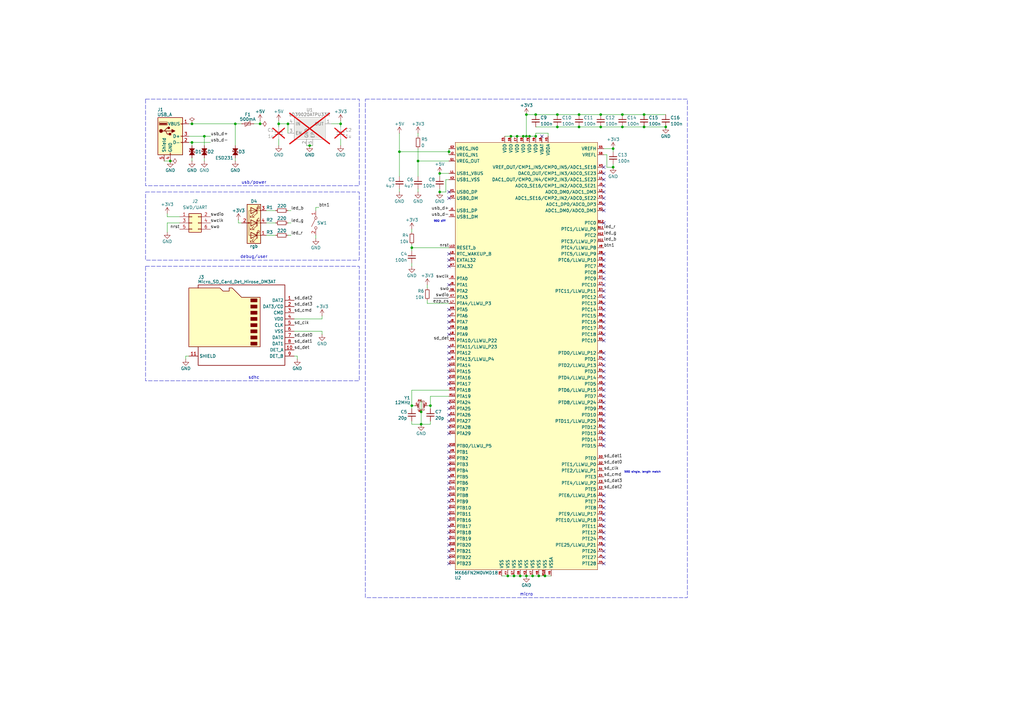
<source format=kicad_sch>
(kicad_sch (version 20231120) (generator "eeschema") (generator_version "8.0")
  (paper "A3")
  (lib_symbols
    (symbol "Connector:Micro_SD_Card_Det_Hirose_DM3AT"
      (property "Reference" "J" (at -16.51 17.78 0))
      (property "Value" "Micro_SD_Card_Det_Hirose_DM3AT" (at 16.51 17.78 0))
      (symbol "Micro_SD_Card_Det_Hirose_DM3AT_1_1"
        (pin bidirectional line (at -22.86 10.16 0) (length 3.81) (name "DAT2") (number "1"))
        (pin passive line (at -22.86 -10.16 0) (length 3.81) (name "DET_A") (number "10"))
        (pin passive line (at 20.32 -12.7 180) (length 3.81) (name "SHIELD") (number "11"))
        (pin bidirectional line (at -22.86 7.62 0) (length 3.81) (name "DAT3/CD") (number "2"))
        (pin input line (at -22.86 5.08 0) (length 3.81) (name "CMD") (number "3"))
        (pin power_in line (at -22.86 2.54 0) (length 3.81) (name "VDD") (number "4"))
        (pin input line (at -22.86 0 0) (length 3.81) (name "CLK") (number "5"))
        (pin power_in line (at -22.86 -2.54 0) (length 3.81) (name "VSS") (number "6"))
        (pin bidirectional line (at -22.86 -5.08 0) (length 3.81) (name "DAT0") (number "7"))
        (pin bidirectional line (at -22.86 -7.62 0) (length 3.81) (name "DAT1") (number "8"))
        (pin passive line (at -22.86 -12.7 0) (length 3.81) (name "DET_B") (number "9"))
      )
    )
    (symbol "Connector:USB_A" (pin_names (offset 1.016))
      (property "Reference" "J" (at -5.08 11.43 0))
      (property "Value" "USB_A" (at -5.08 8.89 0))
      (symbol "USB_A_1_1"
        (pin power_in line (at 7.62 5.08 180) (length 2.54) (name "VBUS") (number "1"))
        (pin bidirectional line (at 7.62 -2.54 180) (length 2.54) (name "D-") (number "2"))
        (pin bidirectional line (at 7.62 0 180) (length 2.54) (name "D+") (number "3"))
        (pin power_in line (at 0 -10.16 90) (length 2.54) (name "GND") (number "4"))
        (pin passive line (at -2.54 -10.16 90) (length 2.54) (name "Shield") (number "5"))
      )
    )
    (symbol "Connector_Generic:Conn_02x03_Odd_Even" (pin_names (offset 1.016) hide)
      (property "Reference" "J" (at 1.27 5.08 0))
      (property "Value" "Conn_02x03_Odd_Even" (at 1.27 -5.08 0))
      (symbol "Conn_02x03_Odd_Even_1_1"
        (pin passive line (at -5.08 2.54 0) (length 3.81) (name "Pin_1") (number "1"))
        (pin passive line (at 7.62 2.54 180) (length 3.81) (name "Pin_2") (number "2"))
        (pin passive line (at -5.08 0 0) (length 3.81) (name "Pin_3") (number "3"))
        (pin passive line (at 7.62 0 180) (length 3.81) (name "Pin_4") (number "4"))
        (pin passive line (at -5.08 -2.54 0) (length 3.81) (name "Pin_5") (number "5"))
        (pin passive line (at 7.62 -2.54 180) (length 3.81) (name "Pin_6") (number "6"))
      )
    )
    (symbol "Device:C_Small" (pin_numbers hide) (pin_names (offset 0.254) hide)
      (property "Reference" "C" (at 0.254 1.778 0))
      (property "Value" "C_Small" (at 0.254 -2.032 0))
      (symbol "C_Small_1_1"
        (pin passive line (at 0 2.54 270) (length 2.032) (name "~") (number "1"))
        (pin passive line (at 0 -2.54 90) (length 2.032) (name "~") (number "2"))
      )
    )
    (symbol "Device:Crystal_GND24_Small" (pin_names (offset 1.016) hide)
      (property "Reference" "Y" (at 1.27 4.445 0))
      (property "Value" "Crystal_GND24_Small" (at 1.27 2.54 0))
      (symbol "Crystal_GND24_Small_1_1"
        (pin passive line (at -2.54 0 0) (length 1.27) (name "1") (number "1"))
        (pin passive line (at 0 -2.54 90) (length 0.635) (name "2") (number "2"))
        (pin passive line (at 2.54 0 180) (length 1.27) (name "3") (number "3"))
        (pin passive line (at 0 2.54 270) (length 0.635) (name "4") (number "4"))
      )
    )
    (symbol "Device:D_TVS_Small_Filled" (pin_numbers hide) (pin_names (offset 1.016) hide)
      (property "Reference" "D" (at 0 2.54 0))
      (property "Value" "D_TVS_Small_Filled" (at 0 -2.54 0))
      (symbol "D_TVS_Small_Filled_1_1"
        (pin passive line (at -2.54 0 0) (length 1.27) (name "A1") (number "1"))
        (pin passive line (at 2.54 0 180) (length 1.27) (name "A2") (number "2"))
      )
    )
    (symbol "Device:LED_RABG" (pin_names (offset 0) hide)
      (property "Reference" "D" (at 0 9.398 0))
      (property "Value" "LED_RABG" (at 0 -8.89 0))
      (symbol "LED_RABG_0_0"
        (text "B" (at -1.905 -6.35 0) (effects (font (size 1.27 1.27))))
        (text "G" (at -1.905 -1.27 0) (effects (font (size 1.27 1.27))))
        (text "R" (at -1.905 3.81 0) (effects (font (size 1.27 1.27))))
      )
      (symbol "LED_RABG_1_1"
        (pin passive line (at -5.08 5.08 0) (length 2.54) (name "RK") (number "1"))
        (pin passive line (at 5.08 0 180) (length 2.54) (name "A") (number "2"))
        (pin passive line (at -5.08 -5.08 0) (length 2.54) (name "BK") (number "3"))
        (pin passive line (at -5.08 0 0) (length 2.54) (name "GK") (number "4"))
      )
    )
    (symbol "Device:Polyfuse_Small" (pin_numbers hide) (pin_names (offset 0))
      (property "Reference" "F" (at -1.905 0 90))
      (property "Value" "Polyfuse_Small" (at 1.905 0 90))
      (symbol "Polyfuse_Small_1_1"
        (pin passive line (at 0 2.54 270) (length 0.635) (name "~") (number "1"))
        (pin passive line (at 0 -2.54 90) (length 0.635) (name "~") (number "2"))
      )
    )
    (symbol "Device:R_Small" (pin_numbers hide) (pin_names (offset 0.254) hide)
      (property "Reference" "R" (at 0.762 0.508 0))
      (property "Value" "R_Small" (at 0.762 -1.016 0))
      (symbol "R_Small_1_1"
        (pin passive line (at 0 2.54 270) (length 0.762) (name "~") (number "1"))
        (pin passive line (at 0 -2.54 90) (length 0.762) (name "~") (number "2"))
      )
    )
    (symbol "Switch:SW_SPST" (pin_names (offset 0) hide)
      (property "Reference" "SW" (at 0 3.175 0))
      (property "Value" "SW_SPST" (at 0 -2.54 0))
      (symbol "SW_SPST_1_1"
        (pin passive line (at -5.08 0 0) (length 2.54) (name "A") (number "1"))
        (pin passive line (at 5.08 0 180) (length 2.54) (name "B") (number "2"))
      )
    )
    (symbol "extraparts:LD39020"
      (property "Reference" "U" (at 0 6.35 0))
      (property "Value" "LD39020" (at 0 3.81 0))
      (symbol "LD39020_1_1"
        (pin power_out line (at 8.89 0 180) (length 2.54) (name "OUT") (number "1"))
        (pin power_in line (at -1.27 -8.89 90) (length 2.54) (name "GND") (number "2"))
        (pin input line (at -8.89 -3.81 0) (length 2.54) (name "EN") (number "3"))
        (pin power_in line (at -8.89 0 0) (length 2.54) (name "IN") (number "4"))
        (pin input line (at 1.27 -8.89 90) (length 2.54) (name "EP") (number "5"))
      )
    )
    (symbol "extraparts:MK66FN2M0VMD18"
      (property "Reference" "U" (at 0 102.616 0))
      (property "Value" "MK66FN2M0VMD18" (at 0 100.584 0))
      (symbol "MK66FN2M0VMD18_0_0"
        (pin bidirectional line (at 31.75 -16.51 180) (length 2.54) (name "PTD7") (number "A1"))
        (pin bidirectional line (at 31.75 46.99 180) (length 2.54) (name "PTC3/LLWU_P7") (number "A11"))
        (pin bidirectional line (at 31.75 49.53 180) (length 2.54) (name "PTC2") (number "A12"))
        (pin bidirectional line (at 31.75 -13.97 180) (length 2.54) (name "PTD6/LLWU_P15") (number "A2"))
        (pin bidirectional line (at 31.75 -11.43 180) (length 2.54) (name "PTD5") (number "A3"))
        (pin bidirectional line (at 31.75 -8.89 180) (length 2.54) (name "PTD4/LLWU_P14") (number "A4"))
        (pin bidirectional line (at 31.75 1.27 180) (length 2.54) (name "PTD0/LLWU_P12") (number "A5"))
        (pin bidirectional line (at 31.75 13.97 180) (length 2.54) (name "PTC16") (number "A6"))
        (pin bidirectional line (at 31.75 24.13 180) (length 2.54) (name "PTC12") (number "A7"))
        (pin bidirectional line (at 31.75 34.29 180) (length 2.54) (name "PTC8") (number "A8"))
        (pin bidirectional line (at 31.75 44.45 180) (length 2.54) (name "PTC4/LLWU_P8") (number "A9"))
        (pin bidirectional line (at 31.75 -29.21 180) (length 2.54) (name "PTD12") (number "B1"))
        (pin bidirectional line (at 31.75 52.07 180) (length 2.54) (name "PTC1/LLWU_P6") (number "B11"))
        (pin bidirectional line (at 31.75 54.61 180) (length 2.54) (name "PTC0") (number "B12"))
        (pin bidirectional line (at 31.75 -26.67 180) (length 2.54) (name "PTD11/LLWU_P25") (number "B2"))
        (pin bidirectional line (at 31.75 -24.13 180) (length 2.54) (name "PTD10") (number "B3"))
        (pin bidirectional line (at 31.75 -6.35 180) (length 2.54) (name "PTD3") (number "B4"))
        (pin bidirectional line (at 31.75 6.35 180) (length 2.54) (name "PTC19") (number "B5"))
        (pin bidirectional line (at 31.75 16.51 180) (length 2.54) (name "PTC15") (number "B6"))
        (pin bidirectional line (at 31.75 26.67 180) (length 2.54) (name "PTC11/LLWU_P11") (number "B7"))
        (pin bidirectional line (at 31.75 36.83 180) (length 2.54) (name "PTC7") (number "B8"))
        (pin bidirectional line (at 31.75 -21.59 180) (length 2.54) (name "PTD9") (number "B9"))
        (pin bidirectional line (at 31.75 -36.83 180) (length 2.54) (name "PTD15") (number "C1"))
        (pin bidirectional line (at -31.75 -85.09 0) (length 2.54) (name "PTB23") (number "C11"))
        (pin bidirectional line (at -31.75 -82.55 0) (length 2.54) (name "PTB22") (number "C12"))
        (pin bidirectional line (at 31.75 -34.29 180) (length 2.54) (name "PTD14") (number "C2"))
        (pin bidirectional line (at 31.75 -31.75 180) (length 2.54) (name "PTD13") (number "C3"))
        (pin bidirectional line (at 31.75 -3.81 180) (length 2.54) (name "PTD2/LLWU_P13") (number "C4"))
        (pin bidirectional line (at 31.75 8.89 180) (length 2.54) (name "PTC18") (number "C5"))
        (pin bidirectional line (at 31.75 19.05 180) (length 2.54) (name "PTC14") (number "C6"))
        (pin bidirectional line (at 31.75 29.21 180) (length 2.54) (name "PTC10") (number "C7"))
        (pin bidirectional line (at 31.75 39.37 180) (length 2.54) (name "PTC6/LLWU_P10") (number "C8"))
        (pin bidirectional line (at 31.75 -19.05 180) (length 2.54) (name "PTD8/LLWU_P24") (number "C9"))
        (pin bidirectional line (at 31.75 -46.99 180) (length 2.54) (name "PTE2/LLWU_P1") (number "D1"))
        (pin bidirectional line (at -31.75 -77.47 0) (length 2.54) (name "PTB20") (number "D10"))
        (pin bidirectional line (at -31.75 -74.93 0) (length 2.54) (name "PTB19") (number "D11"))
        (pin bidirectional line (at -31.75 -72.39 0) (length 2.54) (name "PTB18") (number "D12"))
        (pin bidirectional line (at 31.75 -44.45 180) (length 2.54) (name "PTE1/LLWU_P0") (number "D2"))
        (pin bidirectional line (at 31.75 -41.91 180) (length 2.54) (name "PTE0") (number "D3"))
        (pin bidirectional line (at 31.75 -1.27 180) (length 2.54) (name "PTD1") (number "D4"))
        (pin bidirectional line (at 31.75 11.43 180) (length 2.54) (name "PTC17") (number "D5"))
        (pin bidirectional line (at 31.75 21.59 180) (length 2.54) (name "PTC13") (number "D6"))
        (pin bidirectional line (at 31.75 31.75 180) (length 2.54) (name "PTC9") (number "D7"))
        (pin bidirectional line (at 31.75 41.91 180) (length 2.54) (name "PTC5/LLWU_P9") (number "D8"))
        (pin bidirectional line (at -31.75 -80.01 0) (length 2.54) (name "PTB21") (number "D9"))
        (pin bidirectional line (at 31.75 -57.15 180) (length 2.54) (name "PTE6/LLWU_P16") (number "E1"))
        (pin bidirectional line (at -31.75 -67.31 0) (length 2.54) (name "PTB16") (number "E10"))
        (pin bidirectional line (at -31.75 -64.77 0) (length 2.54) (name "PTB11") (number "E11"))
        (pin bidirectional line (at -31.75 -62.23 0) (length 2.54) (name "PTB10") (number "E12"))
        (pin bidirectional line (at 31.75 -54.61 180) (length 2.54) (name "PTE5") (number "E2"))
        (pin bidirectional line (at 31.75 -52.07 180) (length 2.54) (name "PTE4/LLWU_P2") (number "E3"))
        (pin bidirectional line (at 31.75 -49.53 180) (length 2.54) (name "PTE3") (number "E4"))
        (pin power_in line (at -8.89 90.17 270) (length 2.54) (name "VDD") (number "E5"))
        (pin power_in line (at -6.35 90.17 270) (length 2.54) (name "VDD") (number "E6"))
        (pin power_in line (at -3.81 90.17 270) (length 2.54) (name "VDD") (number "E7"))
        (pin power_in line (at -1.27 90.17 270) (length 2.54) (name "VDD") (number "E8"))
        (pin bidirectional line (at -31.75 -69.85 0) (length 2.54) (name "PTB17") (number "E9"))
        (pin bidirectional line (at 31.75 -67.31 180) (length 2.54) (name "PTE10/LLWU_P18") (number "F1"))
        (pin bidirectional line (at -31.75 -57.15 0) (length 2.54) (name "PTB8") (number "F10"))
        (pin bidirectional line (at -31.75 -54.61 0) (length 2.54) (name "PTB7") (number "F11"))
        (pin bidirectional line (at -31.75 -52.07 0) (length 2.54) (name "PTB6") (number "F12"))
        (pin bidirectional line (at 31.75 -64.77 180) (length 2.54) (name "PTE9/LLWU_P17") (number "F2"))
        (pin bidirectional line (at 31.75 -62.23 180) (length 2.54) (name "PTE8") (number "F3"))
        (pin bidirectional line (at 31.75 -59.69 180) (length 2.54) (name "PTE7") (number "F4"))
        (pin power_in line (at 1.27 90.17 270) (length 2.54) (name "VDD") (number "F5"))
        (pin power_in line (at -10.16 -90.17 90) (length 2.54) (name "VSS") (number "F6"))
        (pin power_in line (at -7.62 -90.17 90) (length 2.54) (name "VSS") (number "F7"))
        (pin power_in line (at 3.81 90.17 270) (length 2.54) (name "VDD") (number "F8"))
        (pin bidirectional line (at -31.75 -59.69 0) (length 2.54) (name "PTB9") (number "F9"))
        (pin power_out line (at -31.75 80.01 0) (length 2.54) (name "VREG_OUT") (number "G1"))
        (pin power_in line (at -31.75 85.09 0) (length 2.54) (name "VREG_IN0") (number "G2"))
        (pin bidirectional line (at 31.75 -72.39 180) (length 2.54) (name "PTE12") (number "G3"))
        (pin bidirectional line (at 31.75 -69.85 180) (length 2.54) (name "PTE11") (number "G4"))
        (pin input line (at 31.75 85.09 180) (length 2.54) (name "VREFH") (number "G5"))
        (pin input line (at 31.75 82.55 180) (length 2.54) (name "VREFL") (number "G6"))
        (pin power_in line (at -5.08 -90.17 90) (length 2.54) (name "VSS") (number "G7"))
        (pin power_in line (at -2.54 -90.17 90) (length 2.54) (name "VSS") (number "G8"))
        (pin bidirectional line (at -31.75 -49.53 0) (length 2.54) (name "PTB5") (number "G9"))
        (pin bidirectional line (at -31.75 67.31 0) (length 2.54) (name "USB0_DP") (number "H1"))
        (pin bidirectional line (at -31.75 64.77 0) (length 2.54) (name "USB0_DM") (number "H2"))
        (pin power_in line (at 0 -90.17 90) (length 2.54) (name "VSS") (number "H3"))
        (pin bidirectional line (at 31.75 -85.09 180) (length 2.54) (name "PTE28") (number "H4"))
        (pin power_in line (at 8.89 90.17 270) (length 2.54) (name "VDDA") (number "H5"))
        (pin power_in line (at 10.16 -90.17 90) (length 2.54) (name "VSSA") (number "H6"))
        (pin power_in line (at 2.54 -90.17 90) (length 2.54) (name "VSS") (number "H7"))
        (pin power_in line (at 5.08 -90.17 90) (length 2.54) (name "VSS") (number "H8"))
        (pin bidirectional line (at -31.75 -39.37 0) (length 2.54) (name "PTB1") (number "H9"))
        (pin bidirectional line (at -31.75 59.69 0) (length 2.54) (name "USB1_DP") (number "J1"))
        (pin power_in line (at -31.75 82.55 0) (length 2.54) (name "VREG_IN1") (number "J2"))
        (pin input line (at 31.75 69.85 180) (length 2.54) (name "ADC0_SE16/CMP1_IN2/ADC0_SE21") (number "J3"))
        (pin bidirectional line (at 31.75 -82.55 180) (length 2.54) (name "PTE27") (number "J4"))
        (pin bidirectional line (at -31.75 31.75 0) (length 2.54) (name "PTA0") (number "J5"))
        (pin bidirectional line (at -31.75 29.21 0) (length 2.54) (name "PTA1") (number "J6"))
        (pin bidirectional line (at -31.75 16.51 0) (length 2.54) (name "PTA6") (number "J7"))
        (pin bidirectional line (at -31.75 13.97 0) (length 2.54) (name "PTA7") (number "J8"))
        (pin bidirectional line (at -31.75 -1.27 0) (length 2.54) (name "PTA13/LLWU_P4") (number "J9"))
        (pin bidirectional line (at -31.75 57.15 0) (length 2.54) (name "USB1_DM") (number "K1"))
        (pin power_in line (at -31.75 72.39 0) (length 2.54) (name "USB1_VSS") (number "K2"))
        (pin input line (at 31.75 64.77 180) (length 2.54) (name "ADC1_SE16/CMP2_IN2/ADC0_SE22") (number "K3"))
        (pin bidirectional line (at 31.75 -80.01 180) (length 2.54) (name "PTE26") (number "K4"))
        (pin bidirectional line (at 31.75 -77.47 180) (length 2.54) (name "PTE25/LLWU_P21") (number "K5"))
        (pin bidirectional line (at -31.75 26.67 0) (length 2.54) (name "PTA2") (number "K6"))
        (pin bidirectional line (at -31.75 24.13 0) (length 2.54) (name "PTA3") (number "K7"))
        (pin bidirectional line (at -31.75 11.43 0) (length 2.54) (name "PTA8") (number "K8"))
        (pin bidirectional line (at -31.75 1.27 0) (length 2.54) (name "PTA12") (number "K9"))
        (pin input line (at -31.75 74.93 0) (length 2.54) (name "USB1_VBUS") (number "L1"))
        (pin input line (at 31.75 67.31 180) (length 2.54) (name "ADC0_DM0/ADC1_DM3") (number "L2"))
        (pin bidirectional line (at 31.75 74.93 180) (length 2.54) (name "DAC0_OUT/CMP1_IN3/ADC0_SE23") (number "L3"))
        (pin bidirectional line (at 31.75 72.39 180) (length 2.54) (name "DAC1_OUT/CMP0_IN4/CMP2_IN3/ADC1_SE23") (number "L4"))
        (pin input line (at -31.75 41.91 0) (length 2.54) (name "RTC_WAKEUP_B") (number "L5"))
        (pin power_in line (at 6.35 90.17 270) (length 2.54) (name "VBAT") (number "L6"))
        (pin bidirectional line (at -31.75 21.59 0) (length 2.54) (name "PTA4/LLWU_P3") (number "L7"))
        (pin bidirectional line (at -31.75 8.89 0) (length 2.54) (name "PTA9") (number "L8"))
        (pin bidirectional line (at -31.75 3.81 0) (length 2.54) (name "PTA11/LLWU_P23") (number "L9"))
        (pin input line (at 31.75 62.23 180) (length 2.54) (name "ADC1_DP0/ADC0_DP3") (number "M1"))
        (pin input line (at 31.75 59.69 180) (length 2.54) (name "ADC1_DM0/ADC0_DM3") (number "M2"))
        (pin bidirectional line (at 31.75 77.47 180) (length 2.54) (name "VREF_OUT/CMP1_IN5/CMP0_IN5/ADC1_SE18") (number "M3"))
        (pin bidirectional line (at 31.75 -74.93 180) (length 2.54) (name "PTE24") (number "M4"))
        (pin bidirectional line (at -31.75 39.37 0) (length 2.54) (name "EXTAL32") (number "M6"))
        (pin bidirectional line (at -31.75 36.83 0) (length 2.54) (name "XTAL32") (number "M7"))
        (pin bidirectional line (at -31.75 19.05 0) (length 2.54) (name "PTA5") (number "M8"))
        (pin bidirectional line (at -31.75 6.35 0) (length 2.54) (name "PTA10/LLWU_P22") (number "M9"))
      )
      (symbol "MK66FN2M0VMD18_1_0"
        (pin no_connect line (at -31.75 54.61 0) (length 2.54) hide (name "NC") (number "A10"))
        (pin no_connect line (at -31.75 52.07 0) (length 2.54) hide (name "NC") (number "B10"))
        (pin no_connect line (at -31.75 49.53 0) (length 2.54) hide (name "NC") (number "C10"))
        (pin bidirectional line (at -31.75 -46.99 0) (length 2.54) (name "PTB4") (number "G10"))
        (pin bidirectional line (at -31.75 -44.45 0) (length 2.54) (name "PTB3") (number "G11"))
        (pin bidirectional line (at -31.75 -41.91 0) (length 2.54) (name "PTB2") (number "G12"))
        (pin bidirectional line (at -31.75 -36.83 0) (length 2.54) (name "PTB0/LLWU_P5") (number "H10"))
        (pin bidirectional line (at -31.75 -31.75 0) (length 2.54) (name "PTA29") (number "H11"))
        (pin bidirectional line (at -31.75 -29.21 0) (length 2.54) (name "PTA28") (number "H12"))
        (pin bidirectional line (at -31.75 -26.67 0) (length 2.54) (name "PTA27") (number "J10"))
        (pin bidirectional line (at -31.75 -24.13 0) (length 2.54) (name "PTA26") (number "J11"))
        (pin bidirectional line (at -31.75 -21.59 0) (length 2.54) (name "PTA25") (number "J12"))
        (pin bidirectional line (at -31.75 -8.89 0) (length 2.54) (name "PTA16") (number "K10"))
        (pin bidirectional line (at -31.75 -11.43 0) (length 2.54) (name "PTA17") (number "K11"))
        (pin bidirectional line (at -31.75 -19.05 0) (length 2.54) (name "PTA24") (number "K12"))
        (pin bidirectional line (at -31.75 -3.81 0) (length 2.54) (name "PTA14") (number "L10"))
        (pin bidirectional line (at -31.75 -6.35 0) (length 2.54) (name "PTA15") (number "L11"))
        (pin input line (at -31.75 44.45 0) (length 2.54) (name "RESET_b") (number "L12"))
        (pin power_in line (at 7.62 -90.17 90) (length 2.54) (name "VSS") (number "M10"))
        (pin bidirectional line (at -31.75 -16.51 0) (length 2.54) (name "PTA19") (number "M11"))
        (pin bidirectional line (at -31.75 -13.97 0) (length 2.54) (name "PTA18") (number "M12"))
        (pin no_connect line (at -31.75 46.99 0) (length 2.54) hide (name "NC") (number "M5"))
      )
    )
    (symbol "power:+3V3" (power) (pin_numbers hide) (pin_names (offset 0) hide)
      (property "Value" "+3V3" (at 0 3.556 0))
      (symbol "+3V3_1_1"
        (pin power_in line (at 0 0 90) (length 0) (name "~") (number "1"))
      )
    )
    (symbol "power:+5V" (power) (pin_numbers hide) (pin_names (offset 0) hide)
      (property "Value" "+5V" (at 0 3.556 0))
      (symbol "+5V_1_1"
        (pin power_in line (at 0 0 90) (length 0) (name "~") (number "1"))
      )
    )
    (symbol "power:GND" (power) (pin_numbers hide) (pin_names (offset 0) hide)
      (property "Value" "GND" (at 0 -3.81 0))
      (symbol "GND_1_1"
        (pin power_in line (at 0 0 270) (length 0) (name "~") (number "1"))
      )
    )
    (symbol "power:PWR_FLAG" (power) (pin_numbers hide) (pin_names (offset 0) hide)
      (property "Value" "PWR_FLAG" (at 0 3.81 0))
      (symbol "PWR_FLAG_0_0"
        (pin power_out line (at 0 0 90) (length 0) (name "~") (number "1"))
      )
    )
  )
  (junction (at 180.34 78.74))
  (junction (at 118.11 50.8))
  (junction (at 208.28 236.22))
  (junction (at 210.82 236.22))
  (junction (at 139.7 50.8))
  (junction (at 209.55 55.88))
  (junction (at 251.46 60.96))
  (junction (at 172.72 168.91))
  (junction (at 219.71 55.88))
  (junction (at 213.36 236.22))
  (junction (at 69.85 66.04))
  (junction (at 168.91 166.37))
  (junction (at 246.38 46.99))
  (junction (at 215.9 55.88))
  (junction (at 83.82 55.88))
  (junction (at 218.44 236.22))
  (junction (at 264.16 46.99))
  (junction (at 214.63 55.88))
  (junction (at 228.6 52.07))
  (junction (at 215.9 236.22))
  (junction (at 215.9 46.99))
  (junction (at 180.34 71.12))
  (junction (at 212.09 55.88))
  (junction (at 114.3 50.8))
  (junction (at 264.16 52.07))
  (junction (at 78.74 50.8))
  (junction (at 78.74 58.42))
  (junction (at 255.27 46.99))
  (junction (at 237.49 52.07))
  (junction (at 228.6 46.99))
  (junction (at 273.05 52.07))
  (junction (at 246.38 52.07))
  (junction (at 96.52 50.8))
  (junction (at 237.49 46.99))
  (junction (at 220.98 236.22))
  (junction (at 171.45 66.04))
  (junction (at 184.15 62.23))
  (junction (at 163.83 62.23))
  (junction (at 223.52 236.22))
  (junction (at 255.27 52.07))
  (junction (at 106.68 50.8))
  (junction (at 219.71 46.99))
  (junction (at 176.53 166.37))
  (junction (at 251.46 68.58))
  (junction (at 168.91 101.6))
  (junction (at 172.72 173.99))
  (junction (at 127 59.69))
  (junction (at 217.17 55.88))
  (no_connect (at 222.25 55.88))
  (no_connect (at 247.65 167.64))
  (no_connect (at 247.65 154.94))
  (no_connect (at 184.15 116.84))
  (no_connect (at 247.65 180.34))
  (no_connect (at 247.65 170.18))
  (no_connect (at 247.65 116.84))
  (no_connect (at 184.15 129.54))
  (no_connect (at 247.65 220.98))
  (no_connect (at 184.15 220.98))
  (no_connect (at 184.15 81.28))
  (no_connect (at 184.15 182.88))
  (no_connect (at 184.15 165.1))
  (no_connect (at 247.65 81.28))
  (no_connect (at 247.65 73.66))
  (no_connect (at 247.65 134.62))
  (no_connect (at 184.15 193.04))
  (no_connect (at 247.65 160.02))
  (no_connect (at 247.65 144.78))
  (no_connect (at 247.65 111.76))
  (no_connect (at 184.15 142.24))
  (no_connect (at 247.65 208.28))
  (no_connect (at 184.15 228.6))
  (no_connect (at 247.65 203.2))
  (no_connect (at 184.15 215.9))
  (no_connect (at 247.65 149.86))
  (no_connect (at 184.15 205.74))
  (no_connect (at 247.65 132.08))
  (no_connect (at 184.15 190.5))
  (no_connect (at 247.65 86.36))
  (no_connect (at 247.65 152.4))
  (no_connect (at 184.15 175.26))
  (no_connect (at 184.15 213.36))
  (no_connect (at 247.65 109.22))
  (no_connect (at 184.15 106.68))
  (no_connect (at 247.65 147.32))
  (no_connect (at 184.15 177.8))
  (no_connect (at 247.65 175.26))
  (no_connect (at 184.15 231.14))
  (no_connect (at 247.65 127))
  (no_connect (at 184.15 210.82))
  (no_connect (at 247.65 119.38))
  (no_connect (at 247.65 177.8))
  (no_connect (at 247.65 114.3))
  (no_connect (at 184.15 104.14))
  (no_connect (at 247.65 78.74))
  (no_connect (at 247.65 129.54))
  (no_connect (at 247.65 71.12))
  (no_connect (at 247.65 91.44))
  (no_connect (at 247.65 76.2))
  (no_connect (at 247.65 226.06))
  (no_connect (at 184.15 157.48))
  (no_connect (at 247.65 162.56))
  (no_connect (at 247.65 157.48))
  (no_connect (at 247.65 124.46))
  (no_connect (at 184.15 195.58))
  (no_connect (at 184.15 127))
  (no_connect (at 247.65 215.9))
  (no_connect (at 247.65 172.72))
  (no_connect (at 247.65 223.52))
  (no_connect (at 184.15 132.08))
  (no_connect (at 184.15 185.42))
  (no_connect (at 184.15 78.74))
  (no_connect (at 247.65 210.82))
  (no_connect (at 247.65 213.36))
  (no_connect (at 184.15 147.32))
  (no_connect (at 184.15 109.22))
  (no_connect (at 247.65 231.14))
  (no_connect (at 184.15 170.18))
  (no_connect (at 184.15 208.28))
  (no_connect (at 184.15 198.12))
  (no_connect (at 184.15 152.4))
  (no_connect (at 247.65 139.7))
  (no_connect (at 184.15 218.44))
  (no_connect (at 247.65 104.14))
  (no_connect (at 247.65 165.1))
  (no_connect (at 184.15 172.72))
  (no_connect (at 184.15 200.66))
  (no_connect (at 184.15 167.64))
  (no_connect (at 247.65 121.92))
  (no_connect (at 247.65 68.58))
  (no_connect (at 184.15 154.94))
  (no_connect (at 184.15 226.06))
  (no_connect (at 184.15 187.96))
  (no_connect (at 184.15 137.16))
  (no_connect (at 247.65 218.44))
  (no_connect (at 247.65 83.82))
  (no_connect (at 184.15 223.52))
  (no_connect (at 184.15 203.2))
  (no_connect (at 247.65 106.68))
  (no_connect (at 247.65 182.88))
  (no_connect (at 247.65 205.74))
  (no_connect (at 247.65 228.6))
  (no_connect (at 184.15 134.62))
  (no_connect (at 247.65 137.16))
  (no_connect (at 184.15 149.86))
  (no_connect (at 184.15 144.78))
  (wire (pts (xy 264.16 52.07) (xy 273.05 52.07)))
  (wire (pts (xy 247.65 63.5) (xy 248.92 63.5)))
  (wire (pts (xy 168.91 101.6) (xy 168.91 102.87)))
  (wire (pts (xy 109.22 86.36) (xy 113.03 86.36)))
  (wire (pts (xy 127 59.69) (xy 128.27 59.69)))
  (wire (pts (xy 172.72 173.99) (xy 176.53 173.99)))
  (wire (pts (xy 120.65 146.05) (xy 121.92 146.05)))
  (wire (pts (xy 184.15 62.23) (xy 163.83 62.23)))
  (wire (pts (xy 76.2 147.32) (xy 76.2 146.05)))
  (wire (pts (xy 163.83 62.23) (xy 163.83 72.39)))
  (wire (pts (xy 171.45 60.96) (xy 171.45 66.04)))
  (wire (pts (xy 132.08 130.81) (xy 132.08 129.54)))
  (wire (pts (xy 114.3 49.53) (xy 114.3 50.8)))
  (wire (pts (xy 246.38 52.07) (xy 255.27 52.07)))
  (wire (pts (xy 168.91 172.72) (xy 168.91 173.99)))
  (wire (pts (xy 73.66 88.9) (xy 68.58 88.9)))
  (wire (pts (xy 139.7 57.15) (xy 139.7 59.69)))
  (wire (pts (xy 67.31 66.04) (xy 69.85 66.04)))
  (wire (pts (xy 210.82 236.22) (xy 213.36 236.22)))
  (wire (pts (xy 176.53 162.56) (xy 176.53 166.37)))
  (wire (pts (xy 224.79 54.61) (xy 224.79 55.88)))
  (wire (pts (xy 184.15 73.66) (xy 182.88 73.66)))
  (wire (pts (xy 97.79 90.17) (xy 97.79 91.44)))
  (wire (pts (xy 163.83 54.61) (xy 163.83 62.23)))
  (wire (pts (xy 139.7 50.8) (xy 139.7 49.53)))
  (wire (pts (xy 176.53 173.99) (xy 176.53 172.72)))
  (wire (pts (xy 121.92 146.05) (xy 121.92 147.32)))
  (wire (pts (xy 171.45 77.47) (xy 171.45 78.74)))
  (wire (pts (xy 247.65 60.96) (xy 251.46 60.96)))
  (wire (pts (xy 120.65 135.89) (xy 132.08 135.89)))
  (wire (pts (xy 219.71 46.99) (xy 215.9 46.99)))
  (wire (pts (xy 106.68 50.8) (xy 106.68 49.53)))
  (wire (pts (xy 68.58 88.9) (xy 68.58 87.63)))
  (wire (pts (xy 219.71 55.88) (xy 219.71 54.61)))
  (wire (pts (xy 184.15 162.56) (xy 176.53 162.56)))
  (wire (pts (xy 255.27 52.07) (xy 264.16 52.07)))
  (wire (pts (xy 237.49 46.99) (xy 246.38 46.99)))
  (wire (pts (xy 135.89 50.8) (xy 139.7 50.8)))
  (wire (pts (xy 175.26 166.37) (xy 176.53 166.37)))
  (wire (pts (xy 118.11 50.8) (xy 118.11 54.61)))
  (wire (pts (xy 184.15 71.12) (xy 180.34 71.12)))
  (wire (pts (xy 78.74 58.42) (xy 86.36 58.42)))
  (wire (pts (xy 118.11 96.52) (xy 119.38 96.52)))
  (wire (pts (xy 168.91 173.99) (xy 172.72 173.99)))
  (wire (pts (xy 97.79 91.44) (xy 99.06 91.44)))
  (wire (pts (xy 248.92 68.58) (xy 251.46 68.58)))
  (wire (pts (xy 129.54 85.09) (xy 129.54 86.36)))
  (wire (pts (xy 184.15 60.96) (xy 184.15 62.23)))
  (wire (pts (xy 175.26 124.46) (xy 175.26 123.19)))
  (wire (pts (xy 213.36 236.22) (xy 215.9 236.22)))
  (wire (pts (xy 120.65 130.81) (xy 132.08 130.81)))
  (wire (pts (xy 83.82 55.88) (xy 83.82 59.69)))
  (wire (pts (xy 255.27 46.99) (xy 264.16 46.99)))
  (wire (pts (xy 168.91 166.37) (xy 170.18 166.37)))
  (wire (pts (xy 184.15 62.23) (xy 184.15 63.5)))
  (wire (pts (xy 77.47 55.88) (xy 83.82 55.88)))
  (wire (pts (xy 168.91 107.95) (xy 168.91 109.22)))
  (wire (pts (xy 68.58 91.44) (xy 73.66 91.44)))
  (wire (pts (xy 83.82 55.88) (xy 86.36 55.88)))
  (wire (pts (xy 114.3 50.8) (xy 114.3 52.07)))
  (wire (pts (xy 215.9 55.88) (xy 217.17 55.88)))
  (wire (pts (xy 214.63 55.88) (xy 215.9 55.88)))
  (wire (pts (xy 168.91 93.98) (xy 168.91 95.25)))
  (wire (pts (xy 180.34 71.12) (xy 180.34 72.39)))
  (wire (pts (xy 251.46 60.96) (xy 251.46 62.23)))
  (wire (pts (xy 78.74 50.8) (xy 96.52 50.8)))
  (wire (pts (xy 180.34 78.74) (xy 180.34 77.47)))
  (wire (pts (xy 215.9 46.99) (xy 215.9 55.88)))
  (wire (pts (xy 237.49 52.07) (xy 246.38 52.07)))
  (wire (pts (xy 96.52 50.8) (xy 99.06 50.8)))
  (wire (pts (xy 251.46 68.58) (xy 251.46 67.31)))
  (wire (pts (xy 220.98 236.22) (xy 223.52 236.22)))
  (wire (pts (xy 212.09 55.88) (xy 214.63 55.88)))
  (wire (pts (xy 215.9 236.22) (xy 218.44 236.22)))
  (wire (pts (xy 171.45 66.04) (xy 171.45 72.39)))
  (wire (pts (xy 184.15 66.04) (xy 171.45 66.04)))
  (wire (pts (xy 228.6 46.99) (xy 237.49 46.99)))
  (wire (pts (xy 223.52 236.22) (xy 226.06 236.22)))
  (wire (pts (xy 130.81 85.09) (xy 129.54 85.09)))
  (wire (pts (xy 180.34 78.74) (xy 182.88 78.74)))
  (wire (pts (xy 139.7 50.8) (xy 139.7 52.07)))
  (wire (pts (xy 228.6 52.07) (xy 237.49 52.07)))
  (wire (pts (xy 246.38 46.99) (xy 255.27 46.99)))
  (wire (pts (xy 163.83 77.47) (xy 163.83 78.74)))
  (wire (pts (xy 77.47 58.42) (xy 78.74 58.42)))
  (wire (pts (xy 104.14 50.8) (xy 106.68 50.8)))
  (wire (pts (xy 172.72 168.91) (xy 172.72 173.99)))
  (wire (pts (xy 184.15 160.02) (xy 168.91 160.02)))
  (wire (pts (xy 77.47 50.8) (xy 78.74 50.8)))
  (wire (pts (xy 118.11 86.36) (xy 119.38 86.36)))
  (wire (pts (xy 182.88 73.66) (xy 182.88 78.74)))
  (wire (pts (xy 209.55 55.88) (xy 212.09 55.88)))
  (wire (pts (xy 129.54 96.52) (xy 129.54 97.79)))
  (wire (pts (xy 184.15 101.6) (xy 168.91 101.6)))
  (wire (pts (xy 168.91 101.6) (xy 168.91 100.33)))
  (wire (pts (xy 114.3 57.15) (xy 114.3 59.69)))
  (wire (pts (xy 109.22 96.52) (xy 113.03 96.52)))
  (wire (pts (xy 219.71 54.61) (xy 224.79 54.61)))
  (wire (pts (xy 218.44 236.22) (xy 220.98 236.22)))
  (wire (pts (xy 217.17 55.88) (xy 219.71 55.88)))
  (wire (pts (xy 76.2 146.05) (xy 77.47 146.05)))
  (wire (pts (xy 125.73 59.69) (xy 127 59.69)))
  (wire (pts (xy 248.92 63.5) (xy 248.92 68.58)))
  (wire (pts (xy 264.16 46.99) (xy 273.05 46.99)))
  (wire (pts (xy 168.91 167.64) (xy 168.91 166.37)))
  (wire (pts (xy 132.08 135.89) (xy 132.08 137.16)))
  (wire (pts (xy 184.15 124.46) (xy 175.26 124.46)))
  (wire (pts (xy 114.3 50.8) (xy 118.11 50.8)))
  (wire (pts (xy 207.01 55.88) (xy 209.55 55.88)))
  (wire (pts (xy 205.74 236.22) (xy 208.28 236.22)))
  (wire (pts (xy 171.45 54.61) (xy 171.45 55.88)))
  (wire (pts (xy 219.71 52.07) (xy 228.6 52.07)))
  (wire (pts (xy 78.74 58.42) (xy 78.74 59.69)))
  (wire (pts (xy 96.52 66.04) (xy 96.52 64.77)))
  (wire (pts (xy 176.53 166.37) (xy 176.53 167.64)))
  (wire (pts (xy 78.74 64.77) (xy 78.74 66.04)))
  (wire (pts (xy 96.52 50.8) (xy 96.52 59.69)))
  (wire (pts (xy 68.58 95.25) (xy 68.58 91.44)))
  (wire (pts (xy 219.71 46.99) (xy 228.6 46.99)))
  (wire (pts (xy 109.22 91.44) (xy 113.03 91.44)))
  (wire (pts (xy 172.72 163.83) (xy 172.72 168.91)))
  (wire (pts (xy 208.28 236.22) (xy 210.82 236.22)))
  (wire (pts (xy 83.82 64.77) (xy 83.82 66.04)))
  (wire (pts (xy 175.26 116.84) (xy 175.26 118.11)))
  (wire (pts (xy 118.11 91.44) (xy 119.38 91.44)))
  (wire (pts (xy 168.91 160.02) (xy 168.91 166.37)))
  (rectangle (start 59.69 40.64) (end 147.32 76.2) (stroke (width 0) (type dash)))
  (rectangle (start 59.69 78.74) (end 147.32 106.68) (stroke (width 0) (type dash)))
  (rectangle (start 149.86 40.64) (end 281.94 245.11) (stroke (width 0) (type dash)))
  (rectangle (start 59.69 109.22) (end 147.32 156.21) (stroke (width 0) (type dash)))
  (text "90Ω diff" (at 180.34 90.805 0) (effects (font (size 0.762 0.762))))
  (text "50Ω single, length match" (at 263.525 193.675 0) (effects (font (size 0.762 0.762))))
  (text "micro" (at 215.9 243.84 0) (effects (font (size 1.27 1.27))))
  (text "sdhc" (at 104.14 154.94 0) (effects (font (size 1.27 1.27))))
  (text "usb/power" (at 104.14 74.93 0) (effects (font (size 1.27 1.27))))
  (text "debug/user" (at 104.14 105.41 0) (effects (font (size 1.27 1.27))))
  (label "swo" (at 184.15 119.38 180))
  (label "btn1" (at 247.65 101.6 0))
  (label "usb_d+" (at 86.36 55.88 0))
  (label "led_g" (at 247.65 96.52 0))
  (label "sd_dat1" (at 120.65 140.97 0))
  (label "led_r" (at 247.65 93.98 0))
  (label "sd_dat2" (at 120.65 123.19 0))
  (label "led_b" (at 247.65 99.06 0))
  (label "led_r" (at 119.38 96.52 0))
  (label "swdio" (at 86.36 88.9 0))
  (label "swclk" (at 86.36 91.44 0))
  (label "usb_d-" (at 86.36 58.42 0))
  (label "sd_clk" (at 120.65 133.35 0))
  (label "sd_dat3" (at 120.65 125.73 0))
  (label "usb_d+" (at 184.15 86.36 180))
  (label "nrst" (at 184.15 101.6 180))
  (label "nrst" (at 73.66 93.98 180))
  (label "usb_d-" (at 184.15 88.9 180))
  (label "btn1" (at 130.81 85.09 0))
  (label "sd_det" (at 120.65 143.51 0))
  (label "sd_cmd" (at 120.65 128.27 0))
  (label "sd_dat2" (at 247.65 200.66 0))
  (label "swdio" (at 184.15 121.92 180))
  (label "~{ezp_cs}" (at 184.15 124.46 180))
  (label "sd_dat1" (at 247.65 187.96 0))
  (label "led_g" (at 119.38 91.44 0))
  (label "sd_dat3" (at 247.65 198.12 0))
  (label "sd_dat0" (at 120.65 138.43 0))
  (label "sd_det" (at 184.15 139.7 180))
  (label "sd_clk" (at 247.65 193.04 0))
  (label "swo" (at 86.36 93.98 0))
  (label "sd_cmd" (at 247.65 195.58 0))
  (label "swclk" (at 184.15 114.3 180))
  (label "led_b" (at 119.38 86.36 0))
  (label "sd_dat0" (at 247.65 190.5 0))
  (symbol (lib_id "Connector_Generic:Conn_02x03_Odd_Even") (at 78.74 91.44 0) (unit 1)
    (property "Reference" "J2" (at 80.01 82.55 0))
    (property "Value" "SWD/UART" (at 80.01 85.09 0))
    (property "Footprint" "Connector:Tag-Connect_TC2030-IDC-NL_2x03_P1.27mm_Vertical" (effects (hide yes)))
    (property "Description" "Generic connector, double row, 02x03, odd/even pin numbering scheme (row 1 odd numbers, row 2 even numbers), script generated (kicad-library-utils/schlib/autogen/connector/)" (effects (hide yes)))
  )
  (symbol (lib_id "power:GND") (at 251.46 68.58 0) (unit 1)
    (property "Reference" "#PWR032" (effects (hide yes)))
    (property "Value" "GND" (at 251.46 72.39 0))
    (property "Description" "Power symbol creates a global label with name \"GND\" , ground" (effects (hide yes)))
  )
  (symbol (lib_id "power:+5V") (at 163.83 54.61 0) (unit 1)
    (property "Reference" "#PWR019" (effects (hide yes)))
    (property "Value" "+5V" (at 163.83 50.8 0))
    (property "Description" "Power symbol creates a global label with name \"+5V\"" (effects (hide yes)))
  )
  (symbol (lib_id "power:+3V3") (at 251.46 60.96 0) (unit 1)
    (property "Reference" "#PWR031" (effects (hide yes)))
    (property "Value" "+3V3" (at 251.46 57.15 0))
    (property "Description" "Power symbol creates a global label with name \"+3V3\"" (effects (hide yes)))
  )
  (symbol (lib_id "power:GND") (at 127 59.69 0) (unit 1)
    (property "Reference" "#PWR013" (effects (hide yes)))
    (property "Value" "GND" (at 127 63.5 0))
    (property "Description" "Power symbol creates a global label with name \"GND\" , ground" (effects (hide yes)))
  )
  (symbol (lib_id "power:GND") (at 172.72 173.99 0) (unit 1)
    (property "Reference" "#PWR025" (effects (hide yes)))
    (property "Value" "GND" (at 172.72 177.8 0))
    (property "Description" "Power symbol creates a global label with name \"GND\" , ground" (effects (hide yes)))
  )
  (symbol (lib_id "Device:D_TVS_Small_Filled") (at 96.52 62.23 90) (unit 1)
    (property "Reference" "D3" (at 97.79 62.23 90) (effects (justify right)))
    (property "Value" "ESD231" (at 88.265 64.77 90) (effects (justify right)))
    (property "Footprint" "Diode_SMD:D_0201_0603Metric" (effects (hide yes)))
    (property "Description" "Bidirectional transient-voltage-suppression diode, small symbol, filled shape" (effects (hide yes)))
  )
  (symbol (lib_id "power:GND") (at 273.05 52.07 0) (unit 1)
    (property "Reference" "#PWR033" (effects (hide yes)))
    (property "Value" "GND" (at 273.05 55.88 0))
    (property "Description" "Power symbol creates a global label with name \"GND\" , ground" (effects (hide yes)))
  )
  (symbol (lib_id "Switch:SW_SPST") (at 129.54 91.44 90) (mirror x) (unit 1)
    (property "Reference" "SW1" (at 132.08 91.44 90))
    (property "Value" "btn" (effects (hide yes)))
    (property "Footprint" "extraparts:SW_SPST_EVPAF" (effects (hide yes)))
    (property "Description" "Single Pole Single Throw (SPST) switch" (effects (hide yes)))
  )
  (symbol (lib_id "power:+5V") (at 180.34 71.12 0) (unit 1)
    (property "Reference" "#PWR027" (effects (hide yes)))
    (property "Value" "+5V" (at 180.34 67.31 0))
    (property "Description" "Power symbol creates a global label with name \"+5V\"" (effects (hide yes)))
  )
  (symbol (lib_id "power:GND") (at 76.2 147.32 0) (unit 1)
    (property "Reference" "#PWR04" (effects (hide yes)))
    (property "Value" "GND" (at 76.2 151.13 0))
    (property "Description" "Power symbol creates a global label with name \"GND\" , ground" (effects (hide yes)))
  )
  (symbol (lib_id "power:+3V3") (at 139.7 49.53 0) (unit 1)
    (property "Reference" "#PWR017" (effects (hide yes)))
    (property "Value" "+3V3" (at 139.7 45.72 0))
    (property "Description" "Power symbol creates a global label with name \"+3V3\"" (effects (hide yes)))
  )
  (symbol (lib_id "power:+3V3") (at 175.26 116.84 0) (unit 1)
    (property "Reference" "#PWR026" (effects (hide yes)))
    (property "Value" "+3V3" (at 175.26 113.03 0))
    (property "Description" "Power symbol creates a global label with name \"+3V3\"" (effects (hide yes)))
  )
  (symbol (lib_id "power:GND") (at 114.3 59.69 0) (unit 1)
    (property "Reference" "#PWR011" (effects (hide yes)))
    (property "Value" "GND" (at 114.3 63.5 0))
    (property "Description" "Power symbol creates a global label with name \"GND\" , ground" (effects (hide yes)))
  )
  (symbol (lib_id "Connector:USB_A") (at 69.85 55.88 0) (unit 1)
    (property "Reference" "J1" (at 65.786 44.958 0))
    (property "Value" "USB_A" (at 67.564 46.99 0))
    (property "Footprint" "Connector_USB:USB_A_CNCTech_1001-011-01101_Horizontal" (effects (hide yes)))
    (property "Datasheet" " ~" (effects (hide yes)))
    (property "Description" "USB Type A connector" (effects (hide yes)))
  )
  (symbol (lib_id "Device:C_Small") (at 273.05 49.53 0) (unit 1)
    (property "Reference" "C16" (at 274.955 48.26 0) (effects (justify left)))
    (property "Value" "100n" (at 274.955 50.8 0) (effects (justify left)))
    (property "Footprint" "Capacitor_SMD:C_0402_1005Metric" (effects (hide yes)))
    (property "Description" "Unpolarized capacitor, small symbol" (effects (hide yes)))
  )
  (symbol (lib_id "Device:C_Small") (at 139.7 54.61 0) (unit 1) (dnp yes)
    (property "Reference" "C2" (at 141.605 53.34 0) (effects (justify left)))
    (property "Value" "1u" (at 141.605 55.88 0) (effects (justify left)))
    (property "Footprint" "Capacitor_SMD:C_0402_1005Metric" (effects (hide yes)))
    (property "Description" "Unpolarized capacitor, small symbol" (effects (hide yes)))
  )
  (symbol (lib_id "Device:C_Small") (at 168.91 105.41 0) (mirror y) (unit 1)
    (property "Reference" "C4" (at 167.005 104.14 0) (effects (justify left)))
    (property "Value" "100n" (at 167.005 106.68 0) (effects (justify left)))
    (property "Footprint" "Capacitor_SMD:C_0402_1005Metric" (effects (hide yes)))
    (property "Description" "Unpolarized capacitor, small symbol" (effects (hide yes)))
  )
  (symbol (lib_id "power:GND") (at 129.54 97.79 0) (unit 1)
    (property "Reference" "#PWR014" (effects (hide yes)))
    (property "Value" "GND" (at 129.54 101.6 0))
    (property "Description" "Power symbol creates a global label with name \"GND\" , ground" (effects (hide yes)))
  )
  (symbol (lib_id "power:+3V3") (at 215.9 46.99 0) (unit 1)
    (property "Reference" "#PWR029" (effects (hide yes)))
    (property "Value" "+3V3" (at 215.9 43.18 0))
    (property "Description" "Power symbol creates a global label with name \"+3V3\"" (effects (hide yes)))
  )
  (symbol (lib_id "power:GND") (at 121.92 147.32 0) (unit 1)
    (property "Reference" "#PWR012" (effects (hide yes)))
    (property "Value" "GND" (at 121.92 151.13 0))
    (property "Description" "Power symbol creates a global label with name \"GND\" , ground" (effects (hide yes)))
  )
  (symbol (lib_id "power:GND") (at 83.82 66.04 0) (unit 1)
    (property "Reference" "#PWR06" (effects (hide yes)))
    (property "Value" "GND" (at 83.82 69.85 0))
    (property "Description" "Power symbol creates a global label with name \"GND\" , ground" (effects (hide yes)))
  )
  (symbol (lib_id "power:GND") (at 96.52 66.04 0) (unit 1)
    (property "Reference" "#PWR07" (effects (hide yes)))
    (property "Value" "GND" (at 96.52 69.85 0))
    (property "Description" "Power symbol creates a global label with name \"GND\" , ground" (effects (hide yes)))
  )
  (symbol (lib_id "Device:C_Small") (at 219.71 49.53 0) (unit 1)
    (property "Reference" "C9" (at 221.615 48.26 0) (effects (justify left)))
    (property "Value" "100n" (at 221.615 50.8 0) (effects (justify left)))
    (property "Footprint" "Capacitor_SMD:C_0402_1005Metric" (effects (hide yes)))
    (property "Description" "Unpolarized capacitor, small symbol" (effects (hide yes)))
  )
  (symbol (lib_id "Device:C_Small") (at 251.46 64.77 0) (unit 1)
    (property "Reference" "C13" (at 253.365 63.5 0) (effects (justify left)))
    (property "Value" "100n" (at 253.365 66.04 0) (effects (justify left)))
    (property "Footprint" "Capacitor_SMD:C_0402_1005Metric" (effects (hide yes)))
    (property "Description" "Unpolarized capacitor, small symbol" (effects (hide yes)))
  )
  (symbol (lib_id "Device:R_Small") (at 175.26 120.65 0) (mirror y) (unit 1)
    (property "Reference" "R6" (at 173.99 119.38 0) (effects (justify left)))
    (property "Value" "10k" (at 173.99 121.92 0) (effects (justify left)))
    (property "Footprint" "Resistor_SMD:R_0402_1005Metric" (effects (hide yes)))
    (property "Description" "Resistor, small symbol" (effects (hide yes)))
  )
  (symbol (lib_id "Device:R_Small") (at 115.57 86.36 270) (mirror x) (unit 1)
    (property "Reference" "R1" (at 109.22 85.09 90) (effects (justify left)))
    (property "Value" "220" (at 113.665 84.455 90) (effects (justify left)))
    (property "Footprint" "Resistor_SMD:R_0402_1005Metric" (effects (hide yes)))
  )
  (symbol (lib_id "Device:C_Small") (at 228.6 49.53 0) (unit 1)
    (property "Reference" "C10" (at 230.505 48.26 0) (effects (justify left)))
    (property "Value" "100n" (at 230.505 50.8 0) (effects (justify left)))
    (property "Footprint" "Capacitor_SMD:C_0402_1005Metric" (effects (hide yes)))
    (property "Description" "Unpolarized capacitor, small symbol" (effects (hide yes)))
  )
  (symbol (lib_id "Device:C_Small") (at 168.91 170.18 0) (mirror y) (unit 1)
    (property "Reference" "C5" (at 167.005 168.91 0) (effects (justify left)))
    (property "Value" "20p" (at 167.005 171.45 0) (effects (justify left)))
    (property "Footprint" "Capacitor_SMD:C_0402_1005Metric" (effects (hide yes)))
    (property "Description" "Unpolarized capacitor, small symbol" (effects (hide yes)))
  )
  (symbol (lib_id "Device:C_Small") (at 163.83 74.93 0) (mirror y) (unit 1)
    (property "Reference" "C3" (at 161.925 73.66 0) (effects (justify left)))
    (property "Value" "4u7" (at 161.925 76.2 0) (effects (justify left)))
    (property "Footprint" "Capacitor_SMD:C_0402_1005Metric" (effects (hide yes)))
    (property "Description" "Unpolarized capacitor, small symbol" (effects (hide yes)))
  )
  (symbol (lib_id "power:PWR_FLAG") (at 106.68 50.8 270) (unit 1)
    (property "Reference" "#FLG03" (effects (hide yes)))
    (property "Value" "PWR_FLAG" (effects (hide yes)))
    (property "Description" "Special symbol for telling ERC where power comes from" (effects (hide yes)))
  )
  (symbol (lib_id "Device:R_Small") (at 115.57 96.52 270) (mirror x) (unit 1)
    (property "Reference" "R3" (at 109.22 95.25 90) (effects (justify left)))
    (property "Value" "220" (at 113.665 94.615 90) (effects (justify left)))
    (property "Footprint" "Resistor_SMD:R_0402_1005Metric" (effects (hide yes)))
  )
  (symbol (lib_id "power:GND") (at 139.7 59.69 0) (unit 1)
    (property "Reference" "#PWR018" (effects (hide yes)))
    (property "Value" "GND" (at 139.7 63.5 0))
    (property "Description" "Power symbol creates a global label with name \"GND\" , ground" (effects (hide yes)))
  )
  (symbol (lib_id "power:GND") (at 180.34 78.74 0) (unit 1)
    (property "Reference" "#PWR028" (effects (hide yes)))
    (property "Value" "GND" (at 180.34 82.55 0))
    (property "Description" "Power symbol creates a global label with name \"GND\" , ground" (effects (hide yes)))
  )
  (symbol (lib_id "extraparts:MK66FN2M0VMD18") (at 215.9 146.05 0) (unit 1)
    (property "Reference" "U2" (at 186.436 236.982 0) (effects (justify left)))
    (property "Value" "MK66FN2M0VMD18" (at 186.436 234.95 0) (effects (justify left)))
    (property "Footprint" "Package_BGA:BGA-144_13.0x13.0mm_Layout12x12_P1.0mm" (effects (hide yes)))
  )
  (symbol (lib_id "Device:C_Small") (at 264.16 49.53 0) (unit 1)
    (property "Reference" "C15" (at 266.065 48.26 0) (effects (justify left)))
    (property "Value" "100n" (at 266.065 50.8 0) (effects (justify left)))
    (property "Footprint" "Capacitor_SMD:C_0402_1005Metric" (effects (hide yes)))
    (property "Description" "Unpolarized capacitor, small symbol" (effects (hide yes)))
  )
  (symbol (lib_id "power:GND") (at 68.58 95.25 0) (unit 1)
    (property "Reference" "#PWR02" (effects (hide yes)))
    (property "Value" "GND" (at 68.58 99.06 0))
    (property "Description" "Power symbol creates a global label with name \"GND\" , ground" (effects (hide yes)))
  )
  (symbol (lib_id "Device:D_TVS_Small_Filled") (at 83.82 62.23 90) (unit 1)
    (property "Reference" "D2" (at 85.09 62.23 90) (effects (justify right)))
    (property "Value" "ESD231" (effects (hide yes)))
    (property "Footprint" "Diode_SMD:D_0201_0603Metric" (effects (hide yes)))
    (property "Description" "Bidirectional transient-voltage-suppression diode, small symbol, filled shape" (effects (hide yes)))
  )
  (symbol (lib_id "Device:C_Small") (at 114.3 54.61 0) (mirror y) (unit 1) (dnp yes)
    (property "Reference" "C1" (at 112.395 53.34 0) (effects (justify left)))
    (property "Value" "1u" (at 112.395 55.88 0) (effects (justify left)))
    (property "Footprint" "Capacitor_SMD:C_0402_1005Metric" (effects (hide yes)))
    (property "Description" "Unpolarized capacitor, small symbol" (effects (hide yes)))
  )
  (symbol (lib_id "power:GND") (at 215.9 236.22 0) (unit 1)
    (property "Reference" "#PWR030" (effects (hide yes)))
    (property "Value" "GND" (at 215.9 240.03 0))
    (property "Description" "Power symbol creates a global label with name \"GND\" , ground" (effects (hide yes)))
  )
  (symbol (lib_id "power:PWR_FLAG") (at 69.85 66.04 270) (unit 1)
    (property "Reference" "#FLG01" (effects (hide yes)))
    (property "Value" "PWR_FLAG" (effects (hide yes)))
    (property "Description" "Special symbol for telling ERC where power comes from" (effects (hide yes)))
  )
  (symbol (lib_id "power:+5V") (at 114.3 49.53 0) (unit 1)
    (property "Reference" "#PWR010" (effects (hide yes)))
    (property "Value" "+5V" (at 114.3 45.72 0))
    (property "Description" "Power symbol creates a global label with name \"+5V\"" (effects (hide yes)))
  )
  (symbol (lib_id "Device:D_TVS_Small_Filled") (at 78.74 62.23 90) (unit 1)
    (property "Reference" "D1" (at 80.01 62.23 90) (effects (justify right)))
    (property "Value" "ESD231" (effects (hide yes)))
    (property "Footprint" "Diode_SMD:D_0201_0603Metric" (effects (hide yes)))
    (property "Description" "Bidirectional transient-voltage-suppression diode, small symbol, filled shape" (effects (hide yes)))
  )
  (symbol (lib_id "Device:R_Small") (at 171.45 58.42 0) (unit 1)
    (property "Reference" "R5" (at 172.72 57.15 0) (effects (justify left)))
    (property "Value" "0" (at 172.72 59.69 0) (effects (justify left)))
    (property "Footprint" "Resistor_SMD:R_0402_1005Metric" (effects (hide yes)))
    (property "Description" "Resistor, small symbol" (effects (hide yes)))
  )
  (symbol (lib_id "Device:R_Small") (at 168.91 97.79 0) (mirror y) (unit 1)
    (property "Reference" "R4" (at 167.64 96.52 0) (effects (justify left)))
    (property "Value" "10k" (at 167.64 99.06 0) (effects (justify left)))
    (property "Footprint" "Resistor_SMD:R_0402_1005Metric" (effects (hide yes)))
    (property "Description" "Resistor, small symbol" (effects (hide yes)))
  )
  (symbol (lib_id "power:+3V3") (at 132.08 129.54 0) (unit 1)
    (property "Reference" "#PWR015" (effects (hide yes)))
    (property "Value" "+3V3" (at 132.08 125.73 0))
    (property "Description" "Power symbol creates a global label with name \"+3V3\"" (effects (hide yes)))
  )
  (symbol (lib_id "power:PWR_FLAG") (at 78.74 50.8 0) (unit 1)
    (property "Reference" "#FLG02" (effects (hide yes)))
    (property "Value" "PWR_FLAG" (effects (hide yes)))
    (property "Description" "Special symbol for telling ERC where power comes from" (effects (hide yes)))
  )
  (symbol (lib_id "power:GND") (at 168.91 109.22 0) (unit 1)
    (property "Reference" "#PWR022" (effects (hide yes)))
    (property "Value" "GND" (at 168.91 113.03 0))
    (property "Description" "Power symbol creates a global label with name \"GND\" , ground" (effects (hide yes)))
  )
  (symbol (lib_id "power:GND") (at 171.45 78.74 0) (unit 1)
    (property "Reference" "#PWR024" (effects (hide yes)))
    (property "Value" "GND" (at 171.45 82.55 0))
    (property "Description" "Power symbol creates a global label with name \"GND\" , ground" (effects (hide yes)))
  )
  (symbol (lib_id "Device:C_Small") (at 237.49 49.53 0) (unit 1)
    (property "Reference" "C11" (at 239.395 48.26 0) (effects (justify left)))
    (property "Value" "100n" (at 239.395 50.8 0) (effects (justify left)))
    (property "Footprint" "Capacitor_SMD:C_0402_1005Metric" (effects (hide yes)))
    (property "Description" "Unpolarized capacitor, small symbol" (effects (hide yes)))
  )
  (symbol (lib_id "Device:Crystal_GND24_Small") (at 172.72 166.37 0) (mirror x) (unit 1)
    (property "Reference" "Y1" (at 165.735 163.195 0) (effects (justify left)))
    (property "Value" "12MHz" (at 161.925 165.1 0) (effects (justify left)))
    (property "Footprint" "Crystal:Crystal_SMD_3225-4Pin_3.2x2.5mm" (effects (hide yes)))
    (property "Description" "Four pin crystal, GND on pins 2 and 4, small symbol" (effects (hide yes)))
  )
  (symbol (lib_id "power:+3V3") (at 168.91 93.98 0) (unit 1)
    (property "Reference" "#PWR021" (effects (hide yes)))
    (property "Value" "+3V3" (at 168.91 90.17 0))
    (property "Description" "Power symbol creates a global label with name \"+3V3\"" (effects (hide yes)))
  )
  (symbol (lib_id "extraparts:LD39020") (at 127 50.8 0) (unit 1) (dnp yes)
    (property "Reference" "U1" (at 127 45.085 0))
    (property "Value" "LD39020ATPU33R" (at 127 46.99 0))
    (property "Footprint" "Package_DFN_QFN:UDFN-4-1EP_1x1mm_P0.65mm_EP0.48x0.48mm" (effects (hide yes)))
  )
  (symbol (lib_id "power:+3V3") (at 68.58 87.63 0) (unit 1)
    (property "Reference" "#PWR01" (effects (hide yes)))
    (property "Value" "+3V3" (at 68.58 83.82 0))
    (property "Description" "Power symbol creates a global label with name \"+3V3\"" (effects (hide yes)))
  )
  (symbol (lib_id "Device:LED_RABG") (at 104.14 91.44 180) (unit 1)
    (property "Reference" "D4" (at 104.14 82.55 0))
    (property "Value" "rgb" (at 104.14 100.965 0))
    (property "Footprint" "Resistor_SMD:R_Array_Convex_2x0606" (effects (hide yes)))
  )
  (symbol (lib_id "power:GND") (at 69.85 66.04 0) (unit 1)
    (property "Reference" "#PWR03" (effects (hide yes)))
    (property "Value" "GND" (at 69.85 69.85 0))
    (property "Description" "Power symbol creates a global label with name \"GND\" , ground" (effects (hide yes)))
  )
  (symbol (lib_id "Device:C_Small") (at 171.45 74.93 0) (mirror y) (unit 1)
    (property "Reference" "C6" (at 169.545 73.66 0) (effects (justify left)))
    (property "Value" "4u7" (at 169.545 76.2 0) (effects (justify left)))
    (property "Footprint" "Capacitor_SMD:C_0402_1005Metric" (effects (hide yes)))
    (property "Description" "Unpolarized capacitor, small symbol" (effects (hide yes)))
  )
  (symbol (lib_id "Device:Polyfuse_Small") (at 101.6 50.8 90) (unit 1)
    (property "Reference" "F1" (at 101.6 46.99 90))
    (property "Value" "500mA" (at 101.6 48.895 90))
    (property "Footprint" "Fuse:Fuse_1206_3216Metric" (effects (hide yes)))
    (property "Description" "Resettable fuse, polymeric positive temperature coefficient, small symbol" (effects (hide yes)))
  )
  (symbol (lib_id "power:+3V3") (at 97.79 90.17 0) (unit 1)
    (property "Reference" "#PWR08" (effects (hide yes)))
    (property "Value" "+3V3" (at 97.79 86.36 0))
    (property "Description" "Power symbol creates a global label with name \"+3V3\"" (effects (hide yes)))
  )
  (symbol (lib_id "power:+5V") (at 106.68 49.53 0) (unit 1)
    (property "Reference" "#PWR09" (effects (hide yes)))
    (property "Value" "+5V" (at 106.68 45.72 0))
    (property "Description" "Power symbol creates a global label with name \"+5V\"" (effects (hide yes)))
  )
  (symbol (lib_id "power:GND") (at 78.74 66.04 0) (unit 1)
    (property "Reference" "#PWR05" (effects (hide yes)))
    (property "Value" "GND" (at 78.74 69.85 0))
    (property "Description" "Power symbol creates a global label with name \"GND\" , ground" (effects (hide yes)))
  )
  (symbol (lib_id "power:GND") (at 132.08 137.16 0) (unit 1)
    (property "Reference" "#PWR016" (effects (hide yes)))
    (property "Value" "GND" (at 132.08 140.97 0))
    (property "Description" "Power symbol creates a global label with name \"GND\" , ground" (effects (hide yes)))
  )
  (symbol (lib_id "Connector:Micro_SD_Card_Det_Hirose_DM3AT") (at 97.79 133.35 0) (mirror y) (unit 1)
    (property "Reference" "J3" (at 82.55 113.665 0))
    (property "Value" "Micro_SD_Card_Det_Hirose_DM3AT" (at 97.155 115.57 0))
    (property "Footprint" "Connector_Card:microSD_HC_Hirose_DM3D-SF" (effects (hide yes)))
    (property "Datasheet" "https://www.hirose.com/product/en/download_file/key_name/DM3/category/Catalog/doc_file_id/49662/?file_category_id=4&item_id=195&is_series=1" (effects (hide yes)))
    (property "Description" "Micro SD Card Socket with card detection pins" (effects (hide yes)))
  )
  (symbol (lib_id "power:+3V3") (at 171.45 54.61 0) (unit 1)
    (property "Reference" "#PWR023" (effects (hide yes)))
    (property "Value" "+3V3" (at 171.45 50.8 0))
    (property "Description" "Power symbol creates a global label with name \"+3V3\"" (effects (hide yes)))
  )
  (symbol (lib_id "Device:C_Small") (at 180.34 74.93 0) (mirror y) (unit 1)
    (property "Reference" "C8" (at 178.435 73.66 0) (effects (justify left)))
    (property "Value" "100n" (at 178.435 76.2 0) (effects (justify left)))
    (property "Footprint" "Capacitor_SMD:C_0402_1005Metric" (effects (hide yes)))
    (property "Description" "Unpolarized capacitor, small symbol" (effects (hide yes)))
  )
  (symbol (lib_id "Device:C_Small") (at 255.27 49.53 0) (unit 1)
    (property "Reference" "C14" (at 257.175 48.26 0) (effects (justify left)))
    (property "Value" "100n" (at 257.175 50.8 0) (effects (justify left)))
    (property "Footprint" "Capacitor_SMD:C_0402_1005Metric" (effects (hide yes)))
    (property "Description" "Unpolarized capacitor, small symbol" (effects (hide yes)))
  )
  (symbol (lib_id "Device:C_Small") (at 246.38 49.53 0) (unit 1)
    (property "Reference" "C12" (at 248.285 48.26 0) (effects (justify left)))
    (property "Value" "100n" (at 248.285 50.8 0) (effects (justify left)))
    (property "Footprint" "Capacitor_SMD:C_0402_1005Metric" (effects (hide yes)))
    (property "Description" "Unpolarized capacitor, small symbol" (effects (hide yes)))
  )
  (symbol (lib_id "Device:C_Small") (at 176.53 170.18 0) (unit 1)
    (property "Reference" "C7" (at 178.435 168.91 0) (effects (justify left)))
    (property "Value" "20p" (at 178.435 171.45 0) (effects (justify left)))
    (property "Footprint" "Capacitor_SMD:C_0402_1005Metric" (effects (hide yes)))
    (property "Description" "Unpolarized capacitor, small symbol" (effects (hide yes)))
  )
  (symbol (lib_id "power:GND") (at 163.83 78.74 0) (unit 1)
    (property "Reference" "#PWR020" (effects (hide yes)))
    (property "Value" "GND" (at 163.83 82.55 0))
    (property "Description" "Power symbol creates a global label with name \"GND\" , ground" (effects (hide yes)))
  )
  (symbol (lib_id "Device:R_Small") (at 115.57 91.44 270) (mirror x) (unit 1)
    (property "Reference" "R2" (at 109.22 90.17 90) (effects (justify left)))
    (property "Value" "220" (at 113.665 89.535 90) (effects (justify left)))
    (property "Footprint" "Resistor_SMD:R_0402_1005Metric" (effects (hide yes)))
  )
)
</source>
